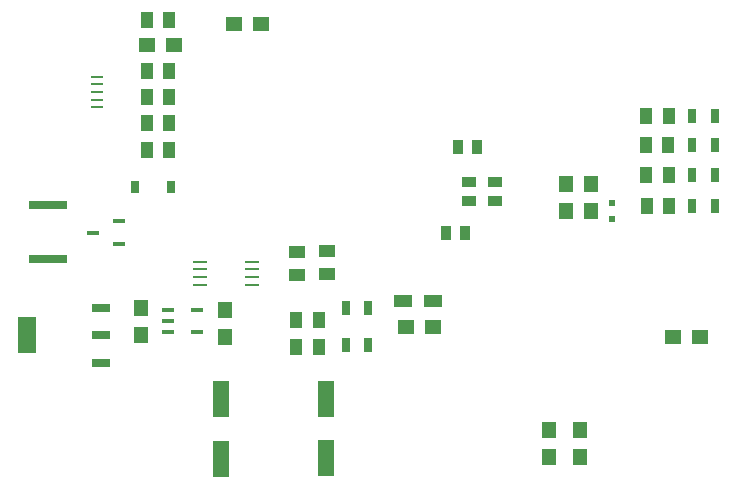
<source format=gtp>
G04 DesignSpark PCB Gerber Version 12.0 Build 5942*
%FSLAX35Y35*%
%MOMM*%
%ADD109R,0.12000X1.29500*%
%ADD102R,0.67000X1.02000*%
%ADD100R,0.72000X1.22000*%
%ADD111R,0.84000X1.29000*%
%ADD99R,1.11540X1.34400*%
%ADD98R,1.21700X1.34400*%
%ADD95R,1.42000X3.02000*%
%ADD97R,1.57000X3.02000*%
%ADD107R,0.81000X0.12000*%
%ADD108R,1.29500X0.12000*%
%ADD105R,1.02000X0.27000*%
%ADD103R,1.22000X0.27000*%
%ADD101R,1.02000X0.42000*%
%ADD114R,0.52000X0.47000*%
%ADD106R,3.25000X0.67000*%
%ADD96R,1.57000X0.77000*%
%ADD110R,1.22000X0.92000*%
%ADD104R,1.34400X1.11540*%
%ADD113R,1.62000X1.12000*%
%ADD112R,1.34400X1.21700*%
X0Y0D02*
D02*
D95*
X44152050Y43779270D03*
Y44279270D03*
X45038050Y43782270D03*
Y44282270D03*
D02*
D96*
X43137050Y44592270D03*
Y44822270D03*
Y45052270D03*
D02*
D97*
X42507050Y44822270D03*
D02*
D98*
X43476050Y44824970D03*
Y45053570D03*
X44185550Y44810970D03*
Y45039570D03*
X46928050Y43791970D03*
Y44020570D03*
X47071050Y45870970D03*
Y46099570D03*
X47188050Y43790970D03*
Y44019570D03*
X47282050Y45872970D03*
Y46101570D03*
D02*
D99*
X43520800Y46620270D03*
Y46842270D03*
Y47064270D03*
X43523800Y46394270D03*
Y47495270D03*
X43711300Y46620270D03*
Y46842270D03*
Y47064270D03*
X43714300Y46394270D03*
Y47495270D03*
X44790300Y44727770D03*
Y44950270D03*
X44980800Y44727770D03*
Y44950270D03*
X47747800Y46432770D03*
X47752800Y46177770D03*
Y46682770D03*
X47755300Y45920270D03*
X47938300Y46432770D03*
X47943300Y46177770D03*
Y46682770D03*
X47945800Y45920270D03*
D02*
D100*
X45208050Y44740270D03*
Y45050270D03*
X45398050Y44740270D03*
Y45050270D03*
X48140550Y45920270D03*
X48140560Y46180270D03*
X48143050Y46432770D03*
Y46682770D03*
X48330550Y45920270D03*
X48330560Y46180270D03*
X48333050Y46432770D03*
Y46682770D03*
D02*
D101*
X43070050Y45692270D03*
X43290050Y45597270D03*
Y45787270D03*
X43702050Y44849270D03*
Y44944270D03*
Y45039270D03*
X43952050Y44849270D03*
Y45039270D03*
D02*
D102*
X43425550Y46080270D03*
X43730550D03*
D02*
D103*
X43975050Y45251770D03*
Y45316770D03*
Y45381770D03*
Y45446770D03*
X44415050Y45251770D03*
Y45316770D03*
Y45381770D03*
Y45446770D03*
D02*
D104*
X44792050Y45336020D03*
Y45526520D03*
X45051050Y45344020D03*
Y45534520D03*
D02*
D105*
X43100550Y46752770D03*
Y46817770D03*
Y46882770D03*
Y46947770D03*
Y47012770D03*
D02*
D106*
X42689050Y45469270D03*
Y45929270D03*
D02*
D107*
X44208550Y46809270D03*
Y46859270D03*
Y46909270D03*
X44369550Y46809270D03*
Y46859270D03*
Y46909270D03*
D02*
D108*
X46438250Y44531270D03*
Y44581270D03*
Y44631270D03*
Y44681270D03*
Y44731270D03*
Y44781270D03*
Y44831270D03*
Y44881270D03*
Y44931270D03*
Y44981270D03*
Y45031270D03*
Y45081270D03*
Y45131270D03*
Y45181270D03*
Y45231270D03*
Y45281270D03*
X47585850Y44531270D03*
Y44581270D03*
Y44631270D03*
Y44681270D03*
Y44731270D03*
Y44781270D03*
Y44831270D03*
Y44881270D03*
Y44931270D03*
Y44981270D03*
Y45031270D03*
Y45081270D03*
Y45131270D03*
Y45181270D03*
Y45231270D03*
Y45281270D03*
D02*
D109*
X46637050Y44332470D03*
Y45480070D03*
X46687050Y44332470D03*
Y45480070D03*
X46737050Y44332470D03*
Y45480070D03*
X46787050Y44332470D03*
Y45480070D03*
X46837050Y44332470D03*
Y45480070D03*
X46887050Y44332470D03*
Y45480070D03*
X46937050Y44332470D03*
Y45480070D03*
X46987050Y44332470D03*
Y45480070D03*
X47037050Y44332470D03*
Y45480070D03*
X47087050Y44332470D03*
Y45480070D03*
X47137050Y44332470D03*
Y45480070D03*
X47187050Y44332470D03*
Y45480070D03*
X47237050Y44332470D03*
Y45480070D03*
X47287050Y44332470D03*
Y45480070D03*
X47337050Y44332470D03*
Y45480070D03*
X47387050Y44332470D03*
Y45480070D03*
D02*
D110*
X46248050Y45963270D03*
Y46123270D03*
X46468050Y45963270D03*
Y46123270D03*
D02*
D111*
X46055550Y45692770D03*
X46158050Y46420270D03*
X46215550Y45692770D03*
X46318050Y46420270D03*
D02*
D112*
X43527750Y47279270D03*
X43756350D03*
X44261250Y47455270D03*
X44489850D03*
X45717750Y44890270D03*
X45946350D03*
X47976750Y44806270D03*
X48205350D03*
D02*
D113*
X45689050Y45116270D03*
X45949050D03*
D02*
D114*
X47464550Y45810270D03*
Y45945270D03*
X0Y0D02*
M02*

</source>
